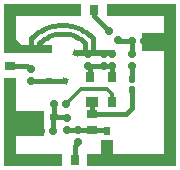
<source format=gtl>
G04 Layer_Physical_Order=1*
G04 Layer_Color=255*
%FSLAX44Y44*%
%MOMM*%
G71*
G01*
G75*
%ADD10C,0.4000*%
%ADD11R,1.1000X0.9000*%
%ADD12R,0.7000X0.9000*%
G04:AMPARAMS|DCode=13|XSize=0.6mm|YSize=0.6mm|CornerRadius=0.15mm|HoleSize=0mm|Usage=FLASHONLY|Rotation=180.000|XOffset=0mm|YOffset=0mm|HoleType=Round|Shape=RoundedRectangle|*
%AMROUNDEDRECTD13*
21,1,0.6000,0.3000,0,0,180.0*
21,1,0.3000,0.6000,0,0,180.0*
1,1,0.3000,-0.1500,0.1500*
1,1,0.3000,0.1500,0.1500*
1,1,0.3000,0.1500,-0.1500*
1,1,0.3000,-0.1500,-0.1500*
%
%ADD13ROUNDEDRECTD13*%
G04:AMPARAMS|DCode=14|XSize=0.6mm|YSize=0.6mm|CornerRadius=0.15mm|HoleSize=0mm|Usage=FLASHONLY|Rotation=270.000|XOffset=0mm|YOffset=0mm|HoleType=Round|Shape=RoundedRectangle|*
%AMROUNDEDRECTD14*
21,1,0.6000,0.3000,0,0,270.0*
21,1,0.3000,0.6000,0,0,270.0*
1,1,0.3000,-0.1500,-0.1500*
1,1,0.3000,-0.1500,0.1500*
1,1,0.3000,0.1500,0.1500*
1,1,0.3000,0.1500,-0.1500*
%
%ADD14ROUNDEDRECTD14*%
%ADD15R,0.6000X0.8000*%
%ADD16R,0.8000X0.6000*%
%ADD17P,0.7071X4X115.0*%
%ADD18R,0.5000X0.5000*%
G04:AMPARAMS|DCode=19|XSize=0.5mm|YSize=0.6mm|CornerRadius=0.125mm|HoleSize=0mm|Usage=FLASHONLY|Rotation=0.000|XOffset=0mm|YOffset=0mm|HoleType=Round|Shape=RoundedRectangle|*
%AMROUNDEDRECTD19*
21,1,0.5000,0.3500,0,0,0.0*
21,1,0.2500,0.6000,0,0,0.0*
1,1,0.2500,0.1250,-0.1750*
1,1,0.2500,-0.1250,-0.1750*
1,1,0.2500,-0.1250,0.1750*
1,1,0.2500,0.1250,0.1750*
%
%ADD19ROUNDEDRECTD19*%
G04:AMPARAMS|DCode=20|XSize=0.6mm|YSize=0.6mm|CornerRadius=0.15mm|HoleSize=0mm|Usage=FLASHONLY|Rotation=45.000|XOffset=0mm|YOffset=0mm|HoleType=Round|Shape=RoundedRectangle|*
%AMROUNDEDRECTD20*
21,1,0.6000,0.3000,0,0,45.0*
21,1,0.3000,0.6000,0,0,45.0*
1,1,0.3000,0.2121,0.0000*
1,1,0.3000,0.0000,-0.2121*
1,1,0.3000,-0.2121,0.0000*
1,1,0.3000,0.0000,0.2121*
%
%ADD20ROUNDEDRECTD20*%
%ADD21R,0.9000X0.8000*%
%ADD22R,0.7000X0.9000*%
%ADD23R,0.9000X0.7000*%
%ADD24C,0.3000*%
%ADD25R,3.3000X0.5250*%
%ADD26C,0.5000*%
G36*
X10250Y46250D02*
X33750D01*
Y25000D01*
X10250D01*
Y10000D01*
X48750D01*
Y0D01*
X0D01*
Y74250D01*
X10250D01*
Y46250D01*
D02*
G37*
G36*
X145000Y0D02*
X70250D01*
Y10000D01*
X82000D01*
Y22000D01*
X92000D01*
Y10000D01*
X135000D01*
Y97500D01*
X116250D01*
Y112500D01*
X135000D01*
Y127000D01*
X86750D01*
Y137000D01*
X145000D01*
Y0D01*
D02*
G37*
G36*
X65250Y127000D02*
X10000D01*
Y107500D01*
X15000Y102500D01*
X40500Y102500D01*
X40500Y96648D01*
X39602Y95750D01*
X7500Y95750D01*
Y95750D01*
X0D01*
Y137000D01*
X65250D01*
Y127000D01*
D02*
G37*
D10*
X75000Y108500D02*
X73165Y110214D01*
X71217Y111798D01*
X69166Y113246D01*
X67021Y114551D01*
X64792Y115706D01*
X62489Y116706D01*
X60123Y117547D01*
X57706Y118224D01*
X55248Y118735D01*
X52760Y119077D01*
X50255Y119248D01*
X47745D01*
X45240Y119077D01*
X42752Y118735D01*
X40294Y118224D01*
X37877Y117547D01*
X35511Y116706D01*
X33208Y115706D01*
X30979Y114551D01*
X28834Y113246D01*
X26783Y111798D01*
X24835Y110214D01*
X23000Y108500D01*
X68500Y104000D02*
X66630Y105705D01*
X64610Y107230D01*
X62458Y108563D01*
X60193Y109691D01*
X57833Y110605D01*
X55398Y111298D01*
X52911Y111763D01*
X50391Y111996D01*
X47860D01*
X45340Y111763D01*
X42852Y111298D01*
X40417Y110605D01*
X38057Y109691D01*
X35792Y108563D01*
X33640Y107230D01*
X31621Y105705D01*
X29750Y104000D01*
X81250Y85000D02*
X91250D01*
X71250Y85000D02*
X72250Y84000D01*
X71250Y85000D02*
X71250Y85000D01*
X72250Y75000D02*
Y84000D01*
X91250Y85000D02*
X91250Y85000D01*
X91250Y75000D02*
Y85000D01*
X108000Y85000D02*
X108000Y85000D01*
Y74000D02*
Y85000D01*
X75000Y108500D02*
Y108500D01*
Y96000D02*
Y108500D01*
X68500Y104000D02*
Y104000D01*
Y97750D02*
Y104000D01*
X23000Y98750D02*
Y108500D01*
X29750Y99000D02*
Y104000D01*
X59600Y17100D02*
X62750Y20250D01*
X74250Y30250D02*
X87000D01*
X108000Y49250D02*
Y64000D01*
X103000Y44250D02*
X108000Y49250D01*
X74250Y44250D02*
X103000D01*
X74250Y54000D02*
X74250Y54000D01*
X74250Y44250D02*
Y54000D01*
X62750Y30250D02*
X74250D01*
X52750D02*
X62750D01*
X51750Y41250D02*
X52750Y40250D01*
X42500Y41250D02*
X51750D01*
X51088Y72250D02*
X51804Y71534D01*
X38000Y72250D02*
X51088D01*
X38000Y72250D02*
X38000Y72250D01*
X22250Y72250D02*
X38000D01*
X5000Y85000D02*
X19500D01*
X22250Y82250D01*
X108000Y95000D02*
Y105500D01*
X108000Y95000D02*
X108000Y95000D01*
X108000Y74000D02*
X108000Y74000D01*
X76100Y126650D02*
Y132000D01*
X59600Y5000D02*
Y17100D01*
X41500Y30000D02*
Y40250D01*
X42500Y41250D01*
Y52500D01*
X42500Y52500D01*
X96035Y106965D02*
X97500Y105500D01*
X108000D01*
X81250Y85000D02*
X81250Y85000D01*
X71250Y85000D02*
X81250D01*
X76100Y126650D02*
X88840Y113911D01*
D11*
X74250Y54000D02*
D03*
D12*
X91250D02*
D03*
Y75000D02*
D03*
X72250D02*
D03*
D13*
X52750Y30250D02*
D03*
Y40250D02*
D03*
X91250Y85000D02*
D03*
Y95000D02*
D03*
X62750Y20250D02*
D03*
Y30250D02*
D03*
X108000Y95000D02*
D03*
Y85000D02*
D03*
X22250Y72250D02*
D03*
Y82250D02*
D03*
X71250Y85000D02*
D03*
Y95000D02*
D03*
D14*
X41500Y30000D02*
D03*
X31500D02*
D03*
X42500Y52500D02*
D03*
X52500Y52500D02*
D03*
X108000Y105500D02*
D03*
X118000D02*
D03*
D15*
X87000Y18000D02*
D03*
Y30000D02*
D03*
D16*
X30500Y41250D02*
D03*
X42500D02*
D03*
D17*
X51804Y71534D02*
D03*
X60696Y95966D02*
D03*
D18*
X38000Y72250D02*
D03*
X38000Y98250D02*
D03*
D19*
X108000Y74000D02*
D03*
Y64000D02*
D03*
X84250Y95000D02*
D03*
Y85000D02*
D03*
D20*
X88965Y114036D02*
D03*
X96035Y106965D02*
D03*
D21*
X74250Y44250D02*
D03*
Y30250D02*
D03*
D22*
X76100Y132000D02*
D03*
X59600Y5000D02*
D03*
D23*
X5000Y85000D02*
D03*
D24*
X91250Y54000D02*
Y61000D01*
X87250Y65000D02*
X91250Y61000D01*
X65000Y65000D02*
X87250D01*
X52500Y52500D02*
X65000Y65000D01*
D25*
X77750Y95375D02*
D03*
D26*
X7000Y6750D02*
D03*
X45000D02*
D03*
X18750D02*
D03*
X32500D02*
D03*
X73750D02*
D03*
X87000Y7000D02*
D03*
X106250D02*
D03*
X138250Y6750D02*
D03*
X123750Y7000D02*
D03*
X138250Y130000D02*
D03*
X7000Y130000D02*
D03*
Y99250D02*
D03*
Y70750D02*
D03*
X61250Y129750D02*
D03*
X90000Y130250D02*
D03*
X7000Y116250D02*
D03*
X18750Y130000D02*
D03*
X32500D02*
D03*
X46250D02*
D03*
X105000D02*
D03*
X122500D02*
D03*
X138250Y101000D02*
D03*
Y67500D02*
D03*
Y84000D02*
D03*
Y116750D02*
D03*
X26500Y99250D02*
D03*
X125000Y108750D02*
D03*
X7000Y37750D02*
D03*
Y21250D02*
D03*
Y54750D02*
D03*
X138250Y35500D02*
D03*
Y19000D02*
D03*
Y52500D02*
D03*
X16250Y41250D02*
D03*
Y30000D02*
D03*
X125000Y101250D02*
D03*
M02*

</source>
